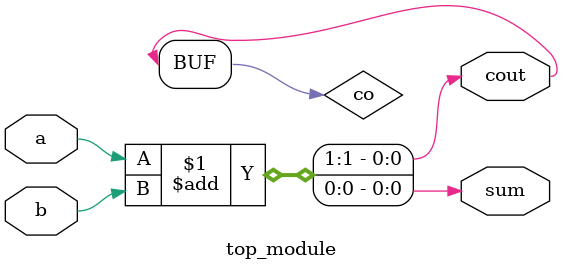
<source format=sv>
module top_module (
    input a,
    input b,
    output sum,
    output cout
);

    // Declare internal wire for carry out
    wire co;

    // Assign sum and carry out
    assign {co, sum} = a + b;

    // Assign cout to carry out
    assign cout = co;

endmodule

</source>
